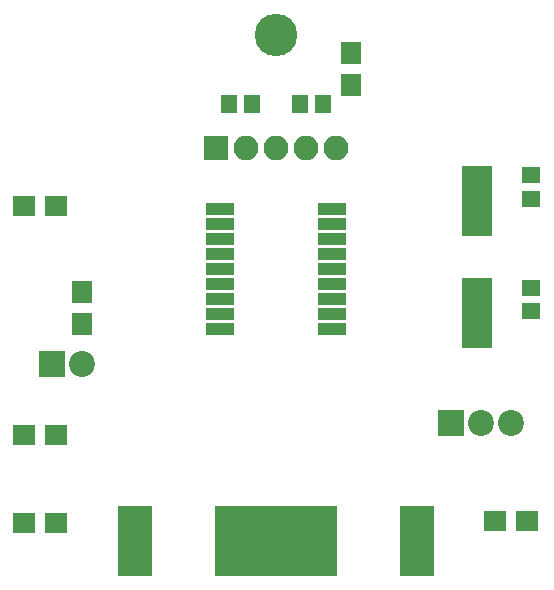
<source format=gbs>
G04 #@! TF.FileFunction,Soldermask,Bot*
%FSLAX46Y46*%
G04 Gerber Fmt 4.6, Leading zero omitted, Abs format (unit mm)*
G04 Created by KiCad (PCBNEW 4.0.7) date Thursday, May 03, 2018 'AMt' 10:03:59 AM*
%MOMM*%
%LPD*%
G01*
G04 APERTURE LIST*
%ADD10C,0.100000*%
%ADD11R,3.000000X5.960000*%
%ADD12R,10.400000X5.960000*%
%ADD13R,1.400000X1.650000*%
%ADD14R,1.650000X1.400000*%
%ADD15R,2.200000X2.200000*%
%ADD16C,2.200000*%
%ADD17R,2.100000X2.100000*%
%ADD18O,2.100000X2.100000*%
%ADD19R,1.700000X1.900000*%
%ADD20R,1.900000X1.700000*%
%ADD21R,2.400000X1.000000*%
%ADD22R,2.500000X6.000000*%
%ADD23C,3.600000*%
G04 APERTURE END LIST*
D10*
D11*
X88095000Y-115000000D03*
D12*
X100000000Y-115000000D03*
D11*
X111905000Y-115000000D03*
D13*
X96000000Y-78000000D03*
X98000000Y-78000000D03*
X102000000Y-78000000D03*
X104000000Y-78000000D03*
D14*
X121610000Y-95570000D03*
X121610000Y-93570000D03*
X121610000Y-86060000D03*
X121610000Y-84060000D03*
D15*
X81000000Y-100000000D03*
D16*
X83540000Y-100000000D03*
D17*
X94940000Y-81750000D03*
D18*
X97480000Y-81750000D03*
X100020000Y-81750000D03*
X102560000Y-81750000D03*
X105100000Y-81750000D03*
D19*
X106350000Y-73700000D03*
X106350000Y-76400000D03*
D20*
X78700000Y-113500000D03*
X81400000Y-113500000D03*
X78700000Y-86640000D03*
X81400000Y-86640000D03*
X121260000Y-113320000D03*
X118560000Y-113320000D03*
X78700000Y-106030000D03*
X81400000Y-106030000D03*
D19*
X83610000Y-93910000D03*
X83610000Y-96610000D03*
D21*
X95300000Y-97080000D03*
X95300000Y-95810000D03*
X95300000Y-94540000D03*
X95300000Y-93270000D03*
X95300000Y-92000000D03*
X95300000Y-90730000D03*
X95300000Y-89460000D03*
X95300000Y-88190000D03*
X95300000Y-86920000D03*
X104700000Y-86920000D03*
X104700000Y-88190000D03*
X104700000Y-89460000D03*
X104700000Y-90730000D03*
X104700000Y-92000000D03*
X104700000Y-93270000D03*
X104700000Y-94540000D03*
X104700000Y-95810000D03*
X104700000Y-97080000D03*
D22*
X117000000Y-95750000D03*
X117000000Y-86250000D03*
D23*
X100000000Y-72200000D03*
D15*
X114800000Y-105000000D03*
D16*
X117340000Y-105000000D03*
X119880000Y-105000000D03*
M02*

</source>
